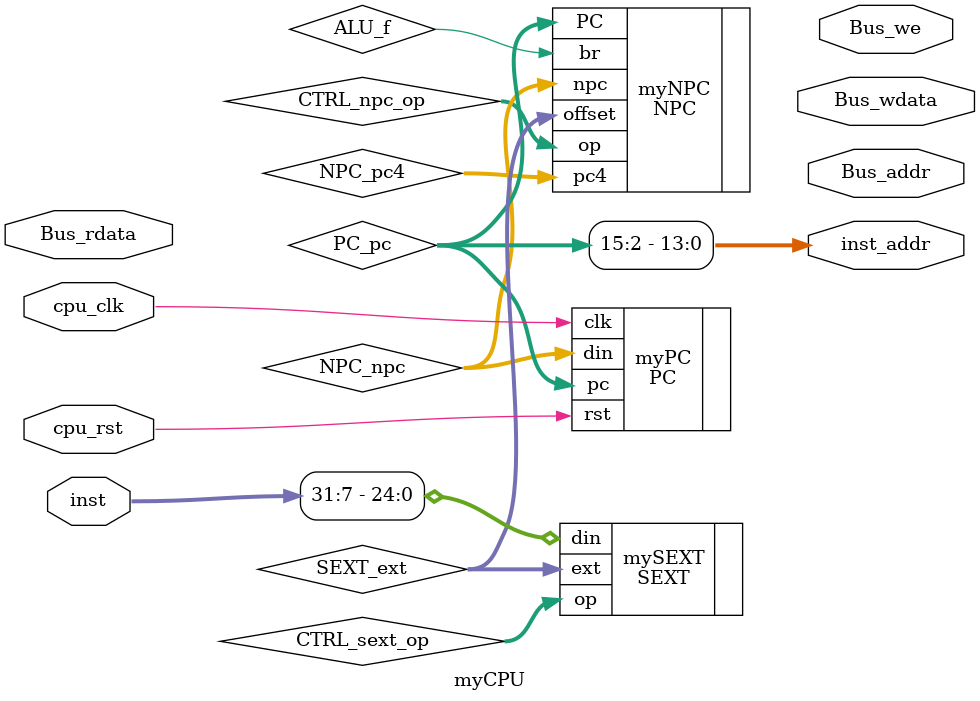
<source format=v>
`timescale 1ns / 1ps

`include "defines.vh"

module myCPU (
    input  wire         cpu_rst,
    input  wire         cpu_clk,

    // Interface to IROM
`ifdef RUN_TRACE
    output wire [15:0]  inst_addr,
`else
    output wire [13:0]  inst_addr,
`endif
    input  wire [31:0]  inst,
    
    // Interface to Bridge
    output wire [31:0]  Bus_addr,
    input  wire [31:0]  Bus_rdata,
    output wire         Bus_we,
    output wire [31:0]  Bus_wdata

`ifdef RUN_TRACE
    ,// Debug Interface
    output wire         debug_wb_have_inst,
    output wire [31:0]  debug_wb_pc,
    output              debug_wb_ena,
    output wire [ 4:0]  debug_wb_reg,
    output wire [31:0]  debug_wb_value
`endif
);

    // TODO: Íê³ÉÄã×Ô¼ºµÄµ¥ÖÜÆÚCPUÉè¼Æ
    //
    wire [31:0] NPC_npc;
    wire [31:0] NPC_pc4;
    wire [31:0] PC_pc;
    wire [31:0] SEXT_ext;
    wire [31:0] DRAM_rdo;
    wire [31:0] ALU_C;
    wire ALU_f;
    wire [31:0] WSEL_data;
    wire [31:0] ALU_B_C;
    wire [31:0] RF_rD1;
    wire [31:0] RF_rD2;
    wire [2:0] CTRL_sext_op;
    wire [1:0] CTRL_npc_op;
    wire CTRL_ram_we;
    wire [3:0] CTRL_alu_op;
    wire CTRL_alub_sel;
    wire CTRL_rf_we;
    wire [1:0] CTRL_rf_wsel;
    NPC myNPC (
        .PC(PC_pc),
        .offset(SEXT_ext),
        .br(ALU_f),
        .op(CTRL_npc_op),
        .npc(NPC_npc),
        .pc4(NPC_pc4)
    );
    PC myPC(
        .clk(cpu_clk),
        .rst(cpu_rst),
        .din(NPC_npc),
        .pc(PC_pc)
    );
    assign inst_addr = PC_pc[15:2];
    SEXT mySEXT(
        .op(CTRL_sext_op),
        .din(inst[31:7]),
        .ext(SEXT_ext)  
    );
    
    
    

`ifdef RUN_TRACE
    // Debug Interface
    assign debug_wb_have_inst = /* TODO */;
    assign debug_wb_pc        = /* TODO */;
    assign debug_wb_ena       = /* TODO */;
    assign debug_wb_reg       = /* TODO */;
    assign debug_wb_value     = /* TODO */;
`endif

endmodule

</source>
